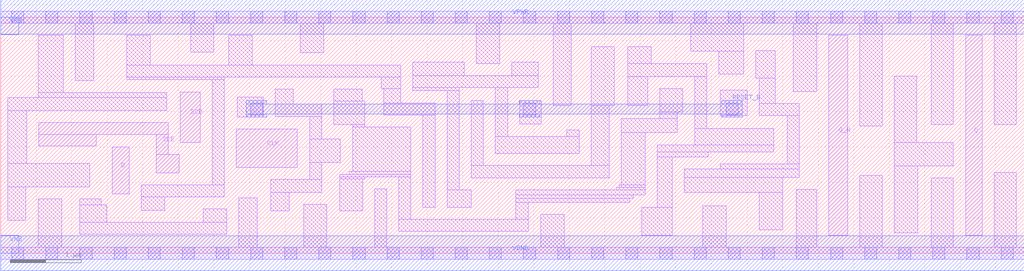
<source format=lef>
# Copyright 2020 The SkyWater PDK Authors
#
# Licensed under the Apache License, Version 2.0 (the "License");
# you may not use this file except in compliance with the License.
# You may obtain a copy of the License at
#
#     https://www.apache.org/licenses/LICENSE-2.0
#
# Unless required by applicable law or agreed to in writing, software
# distributed under the License is distributed on an "AS IS" BASIS,
# WITHOUT WARRANTIES OR CONDITIONS OF ANY KIND, either express or implied.
# See the License for the specific language governing permissions and
# limitations under the License.
#
# SPDX-License-Identifier: Apache-2.0

VERSION 5.5 ;
NAMESCASESENSITIVE ON ;
BUSBITCHARS "[]" ;
DIVIDERCHAR "/" ;
MACRO sky130_fd_sc_lp__sdfrbp_2
  CLASS CORE ;
  SOURCE USER ;
  ORIGIN  0.000000  0.000000 ;
  SIZE  14.40000 BY  3.330000 ;
  SYMMETRY R90 ;
  SITE unit ;
  PIN D
    ANTENNAGATEAREA  0.159000 ;
    DIRECTION INPUT ;
    USE SIGNAL ;
    PORT
      LAYER li1 ;
        RECT 1.570000 0.840000 1.805000 1.495000 ;
    END
  END D
  PIN Q
    ANTENNADIFFAREA  0.588000 ;
    DIRECTION OUTPUT ;
    USE SIGNAL ;
    PORT
      LAYER li1 ;
        RECT 13.575000 0.255000 13.810000 3.075000 ;
    END
  END Q
  PIN Q_N
    ANTENNADIFFAREA  0.588000 ;
    DIRECTION OUTPUT ;
    USE SIGNAL ;
    PORT
      LAYER li1 ;
        RECT 11.650000 0.255000 11.915000 3.075000 ;
    END
  END Q_N
  PIN RESET_B
    ANTENNAGATEAREA  0.411000 ;
    DIRECTION INPUT ;
    USE SIGNAL ;
    PORT
      LAYER met1 ;
        RECT  3.455000 1.920000  3.745000 1.965000 ;
        RECT  3.455000 1.965000 10.435000 2.105000 ;
        RECT  3.455000 2.105000  3.745000 2.150000 ;
        RECT  7.295000 1.920000  7.585000 1.965000 ;
        RECT  7.295000 2.105000  7.585000 2.150000 ;
        RECT 10.145000 1.920000 10.435000 1.965000 ;
        RECT 10.145000 2.105000 10.435000 2.150000 ;
    END
  END RESET_B
  PIN SCD
    ANTENNAGATEAREA  0.159000 ;
    DIRECTION INPUT ;
    USE SIGNAL ;
    PORT
      LAYER li1 ;
        RECT 2.525000 1.565000 2.805000 2.275000 ;
    END
  END SCD
  PIN SCE
    ANTENNAGATEAREA  0.318000 ;
    DIRECTION INPUT ;
    USE SIGNAL ;
    PORT
      LAYER li1 ;
        RECT 0.535000 1.515000 1.345000 1.675000 ;
        RECT 0.535000 1.675000 2.355000 1.845000 ;
        RECT 2.185000 1.135000 2.515000 1.395000 ;
        RECT 2.185000 1.395000 2.355000 1.675000 ;
    END
  END SCE
  PIN CLK
    ANTENNAGATEAREA  0.315000 ;
    DIRECTION INPUT ;
    USE CLOCK ;
    PORT
      LAYER li1 ;
        RECT 3.315000 1.210000 4.175000 1.750000 ;
    END
  END CLK
  PIN VGND
    DIRECTION INOUT ;
    USE GROUND ;
    PORT
      LAYER met1 ;
        RECT 0.000000 -0.245000 14.400000 0.245000 ;
    END
  END VGND
  PIN VNB
    DIRECTION INOUT ;
    USE GROUND ;
    PORT
    END
  END VNB
  PIN VPB
    DIRECTION INOUT ;
    USE POWER ;
    PORT
    END
  END VPB
  PIN VNB
    DIRECTION INOUT ;
    USE GROUND ;
    PORT
      LAYER met1 ;
        RECT 0.000000 0.000000 0.250000 0.250000 ;
    END
  END VNB
  PIN VPB
    DIRECTION INOUT ;
    USE POWER ;
    PORT
      LAYER met1 ;
        RECT 0.000000 3.080000 0.250000 3.330000 ;
    END
  END VPB
  PIN VPWR
    DIRECTION INOUT ;
    USE POWER ;
    PORT
      LAYER met1 ;
        RECT 0.000000 3.085000 14.400000 3.575000 ;
    END
  END VPWR
  OBS
    LAYER li1 ;
      RECT  0.000000 -0.085000 14.400000 0.085000 ;
      RECT  0.000000  3.245000 14.400000 3.415000 ;
      RECT  0.095000  0.465000  0.355000 0.935000 ;
      RECT  0.095000  0.935000  1.255000 1.265000 ;
      RECT  0.095000  1.265000  0.365000 2.015000 ;
      RECT  0.095000  2.015000  2.335000 2.195000 ;
      RECT  0.525000  0.085000  0.855000 0.765000 ;
      RECT  0.530000  2.195000  2.335000 2.265000 ;
      RECT  0.530000  2.265000  0.880000 3.075000 ;
      RECT  1.050000  2.435000  1.310000 3.245000 ;
      RECT  1.115000  0.265000  3.180000 0.435000 ;
      RECT  1.115000  0.435000  1.490000 0.685000 ;
      RECT  1.115000  0.685000  1.415000 0.765000 ;
      RECT  1.770000  2.445000  3.145000 2.485000 ;
      RECT  1.770000  2.485000  5.625000 2.655000 ;
      RECT  1.770000  2.655000  2.100000 3.075000 ;
      RECT  1.975000  0.605000  2.305000 0.795000 ;
      RECT  1.975000  0.795000  3.145000 0.965000 ;
      RECT  2.670000  2.835000  3.000000 3.245000 ;
      RECT  2.850000  0.435000  3.180000 0.625000 ;
      RECT  2.975000  0.965000  3.145000 2.445000 ;
      RECT  3.210000  2.655000  3.540000 3.075000 ;
      RECT  3.325000  1.920000  3.695000 2.200000 ;
      RECT  3.350000  0.085000  3.610000 0.780000 ;
      RECT  3.800000  0.595000  4.060000 0.860000 ;
      RECT  3.800000  0.860000  4.515000 1.040000 ;
      RECT  3.865000  1.930000  4.515000 2.100000 ;
      RECT  3.865000  2.100000  4.115000 2.315000 ;
      RECT  4.215000  2.825000  4.545000 3.245000 ;
      RECT  4.260000  0.085000  4.590000 0.690000 ;
      RECT  4.345000  1.040000  4.515000 1.280000 ;
      RECT  4.345000  1.280000  4.780000 1.610000 ;
      RECT  4.345000  1.610000  4.515000 1.930000 ;
      RECT  4.685000  1.815000  5.120000 2.145000 ;
      RECT  4.685000  2.145000  5.085000 2.315000 ;
      RECT  4.770000  0.595000  5.090000 1.050000 ;
      RECT  4.770000  1.050000  5.120000 1.075000 ;
      RECT  4.770000  1.075000  5.770000 1.110000 ;
      RECT  4.905000  1.110000  5.770000 1.155000 ;
      RECT  4.950000  1.155000  5.770000 1.780000 ;
      RECT  4.950000  1.780000  5.120000 1.815000 ;
      RECT  5.260000  0.085000  5.430000 0.905000 ;
      RECT  5.355000  2.325000  5.625000 2.485000 ;
      RECT  5.390000  1.950000  6.110000 2.120000 ;
      RECT  5.390000  2.120000  5.625000 2.325000 ;
      RECT  5.600000  0.310000  7.425000 0.480000 ;
      RECT  5.600000  0.480000  5.770000 1.075000 ;
      RECT  5.795000  2.290000  6.450000 2.335000 ;
      RECT  5.795000  2.335000  7.565000 2.505000 ;
      RECT  5.795000  2.505000  6.520000 2.695000 ;
      RECT  5.940000  0.650000  6.110000 1.950000 ;
      RECT  6.280000  0.650000  6.620000 0.890000 ;
      RECT  6.280000  0.890000  6.450000 2.290000 ;
      RECT  6.620000  1.060000  8.560000 1.235000 ;
      RECT  6.620000  1.235000  6.790000 2.155000 ;
      RECT  6.690000  2.675000  7.020000 3.245000 ;
      RECT  6.960000  1.405000  8.140000 1.645000 ;
      RECT  6.960000  1.645000  7.130000 2.335000 ;
      RECT  7.190000  2.505000  7.565000 2.695000 ;
      RECT  7.245000  0.480000  7.425000 0.720000 ;
      RECT  7.245000  0.720000  8.850000 0.775000 ;
      RECT  7.245000  0.775000  8.900000 0.820000 ;
      RECT  7.245000  0.820000  9.070000 0.890000 ;
      RECT  7.300000  1.825000  7.605000 2.155000 ;
      RECT  7.595000  0.085000  7.925000 0.550000 ;
      RECT  7.775000  2.085000  8.025000 3.245000 ;
      RECT  7.965000  1.645000  8.140000 1.735000 ;
      RECT  8.310000  1.235000  8.560000 2.080000 ;
      RECT  8.310000  2.080000  8.630000 2.910000 ;
      RECT  8.670000  0.890000  9.070000 0.930000 ;
      RECT  8.705000  0.930000  9.070000 0.965000 ;
      RECT  8.730000  0.965000  9.070000 1.700000 ;
      RECT  8.730000  1.700000  9.515000 1.900000 ;
      RECT  8.825000  2.080000  9.105000 2.490000 ;
      RECT  8.825000  2.490000  9.935000 2.670000 ;
      RECT  8.825000  2.670000  9.155000 2.910000 ;
      RECT  9.020000  0.255000  9.445000 0.650000 ;
      RECT  9.240000  0.650000  9.445000 1.360000 ;
      RECT  9.240000  1.360000  9.955000 1.430000 ;
      RECT  9.240000  1.430000 10.875000 1.530000 ;
      RECT  9.275000  1.900000  9.515000 1.990000 ;
      RECT  9.275000  1.990000  9.595000 2.320000 ;
      RECT  9.615000  0.860000 11.000000 1.070000 ;
      RECT  9.615000  1.070000 11.235000 1.190000 ;
      RECT  9.710000  2.850000 10.455000 3.245000 ;
      RECT  9.765000  1.530000 10.875000 1.760000 ;
      RECT  9.765000  1.760000  9.935000 2.490000 ;
      RECT  9.880000  0.085000 10.210000 0.670000 ;
      RECT 10.105000  2.525000 10.455000 2.850000 ;
      RECT 10.125000  1.190000 11.235000 1.260000 ;
      RECT 10.125000  1.940000 10.505000 2.300000 ;
      RECT 10.625000  2.470000 10.895000 2.855000 ;
      RECT 10.670000  0.330000 11.000000 0.860000 ;
      RECT 10.675000  1.940000 11.235000 2.110000 ;
      RECT 10.675000  2.110000 10.895000 2.470000 ;
      RECT 11.065000  1.260000 11.235000 1.940000 ;
      RECT 11.150000  2.280000 11.480000 3.245000 ;
      RECT 11.190000  0.085000 11.480000 0.900000 ;
      RECT 12.085000  0.085000 12.405000 1.095000 ;
      RECT 12.085000  1.795000 12.405000 3.245000 ;
      RECT 12.575000  0.285000 12.905000 1.230000 ;
      RECT 12.575000  1.230000 13.405000 1.560000 ;
      RECT 12.575000  1.560000 12.885000 2.495000 ;
      RECT 13.095000  0.085000 13.405000 1.060000 ;
      RECT 13.095000  1.815000 13.405000 3.245000 ;
      RECT 13.980000  0.085000 14.285000 1.140000 ;
      RECT 13.980000  1.815000 14.285000 3.245000 ;
    LAYER mcon ;
      RECT  0.155000 -0.085000  0.325000 0.085000 ;
      RECT  0.155000  3.245000  0.325000 3.415000 ;
      RECT  0.635000 -0.085000  0.805000 0.085000 ;
      RECT  0.635000  3.245000  0.805000 3.415000 ;
      RECT  1.115000 -0.085000  1.285000 0.085000 ;
      RECT  1.115000  3.245000  1.285000 3.415000 ;
      RECT  1.595000 -0.085000  1.765000 0.085000 ;
      RECT  1.595000  3.245000  1.765000 3.415000 ;
      RECT  2.075000 -0.085000  2.245000 0.085000 ;
      RECT  2.075000  3.245000  2.245000 3.415000 ;
      RECT  2.555000 -0.085000  2.725000 0.085000 ;
      RECT  2.555000  3.245000  2.725000 3.415000 ;
      RECT  3.035000 -0.085000  3.205000 0.085000 ;
      RECT  3.035000  3.245000  3.205000 3.415000 ;
      RECT  3.515000 -0.085000  3.685000 0.085000 ;
      RECT  3.515000  1.950000  3.685000 2.120000 ;
      RECT  3.515000  3.245000  3.685000 3.415000 ;
      RECT  3.995000 -0.085000  4.165000 0.085000 ;
      RECT  3.995000  3.245000  4.165000 3.415000 ;
      RECT  4.475000 -0.085000  4.645000 0.085000 ;
      RECT  4.475000  3.245000  4.645000 3.415000 ;
      RECT  4.955000 -0.085000  5.125000 0.085000 ;
      RECT  4.955000  3.245000  5.125000 3.415000 ;
      RECT  5.435000 -0.085000  5.605000 0.085000 ;
      RECT  5.435000  3.245000  5.605000 3.415000 ;
      RECT  5.915000 -0.085000  6.085000 0.085000 ;
      RECT  5.915000  3.245000  6.085000 3.415000 ;
      RECT  6.395000 -0.085000  6.565000 0.085000 ;
      RECT  6.395000  3.245000  6.565000 3.415000 ;
      RECT  6.875000 -0.085000  7.045000 0.085000 ;
      RECT  6.875000  3.245000  7.045000 3.415000 ;
      RECT  7.355000 -0.085000  7.525000 0.085000 ;
      RECT  7.355000  1.950000  7.525000 2.120000 ;
      RECT  7.355000  3.245000  7.525000 3.415000 ;
      RECT  7.835000 -0.085000  8.005000 0.085000 ;
      RECT  7.835000  3.245000  8.005000 3.415000 ;
      RECT  8.315000 -0.085000  8.485000 0.085000 ;
      RECT  8.315000  3.245000  8.485000 3.415000 ;
      RECT  8.795000 -0.085000  8.965000 0.085000 ;
      RECT  8.795000  3.245000  8.965000 3.415000 ;
      RECT  9.275000 -0.085000  9.445000 0.085000 ;
      RECT  9.275000  3.245000  9.445000 3.415000 ;
      RECT  9.755000 -0.085000  9.925000 0.085000 ;
      RECT  9.755000  3.245000  9.925000 3.415000 ;
      RECT 10.205000  1.950000 10.375000 2.120000 ;
      RECT 10.235000 -0.085000 10.405000 0.085000 ;
      RECT 10.235000  3.245000 10.405000 3.415000 ;
      RECT 10.715000 -0.085000 10.885000 0.085000 ;
      RECT 10.715000  3.245000 10.885000 3.415000 ;
      RECT 11.195000 -0.085000 11.365000 0.085000 ;
      RECT 11.195000  3.245000 11.365000 3.415000 ;
      RECT 11.675000 -0.085000 11.845000 0.085000 ;
      RECT 11.675000  3.245000 11.845000 3.415000 ;
      RECT 12.155000 -0.085000 12.325000 0.085000 ;
      RECT 12.155000  3.245000 12.325000 3.415000 ;
      RECT 12.635000 -0.085000 12.805000 0.085000 ;
      RECT 12.635000  3.245000 12.805000 3.415000 ;
      RECT 13.115000 -0.085000 13.285000 0.085000 ;
      RECT 13.115000  3.245000 13.285000 3.415000 ;
      RECT 13.595000 -0.085000 13.765000 0.085000 ;
      RECT 13.595000  3.245000 13.765000 3.415000 ;
      RECT 14.075000 -0.085000 14.245000 0.085000 ;
      RECT 14.075000  3.245000 14.245000 3.415000 ;
  END
END sky130_fd_sc_lp__sdfrbp_2
END LIBRARY

</source>
